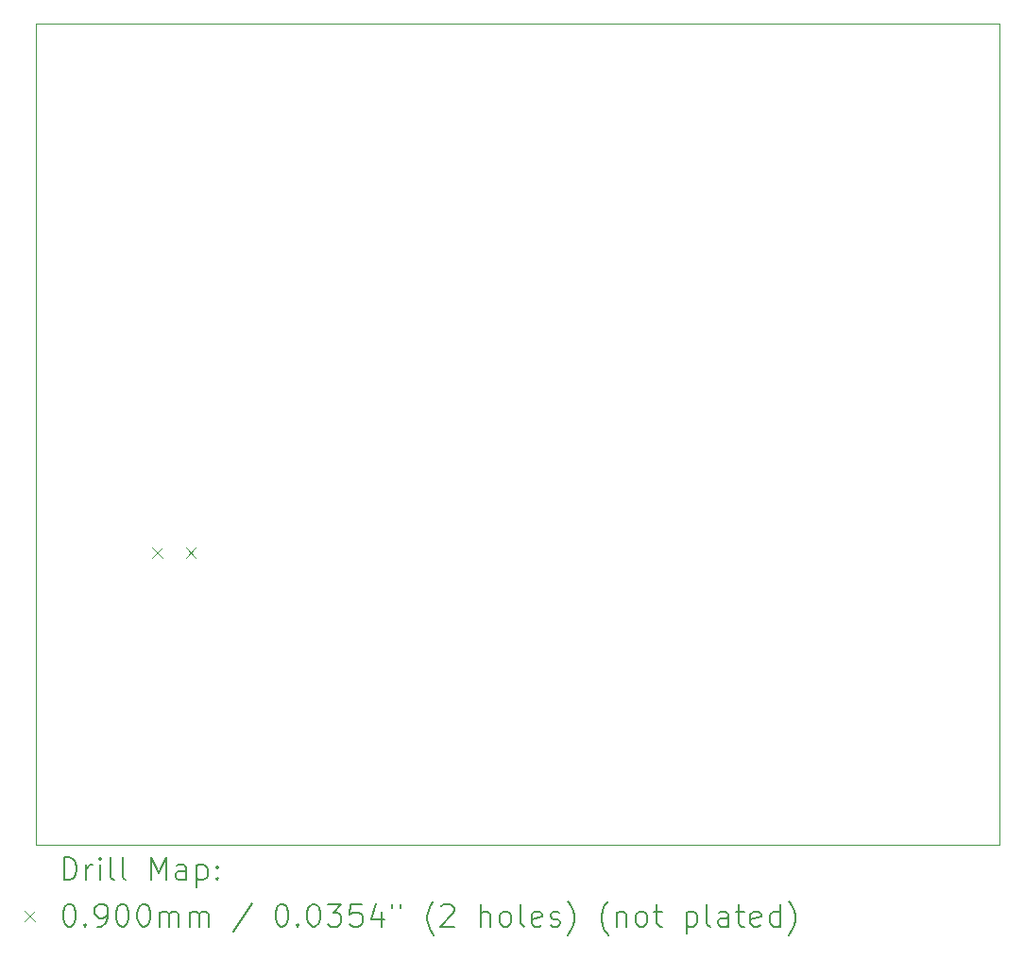
<source format=gbr>
%TF.GenerationSoftware,KiCad,Pcbnew,7.0.5-0*%
%TF.CreationDate,2023-06-15T01:07:35+01:00*%
%TF.ProjectId,EEPROM Programmer,45455052-4f4d-4205-9072-6f6772616d6d,rev?*%
%TF.SameCoordinates,Original*%
%TF.FileFunction,Drillmap*%
%TF.FilePolarity,Positive*%
%FSLAX45Y45*%
G04 Gerber Fmt 4.5, Leading zero omitted, Abs format (unit mm)*
G04 Created by KiCad (PCBNEW 7.0.5-0) date 2023-06-15 01:07:35*
%MOMM*%
%LPD*%
G01*
G04 APERTURE LIST*
%ADD10C,0.100000*%
%ADD11C,0.200000*%
%ADD12C,0.090000*%
G04 APERTURE END LIST*
D10*
X9906000Y-8636000D02*
X1270000Y-8636000D01*
X1270000Y-1270000D01*
X9906000Y-1270000D01*
X9906000Y-8636000D01*
D11*
D12*
X2316000Y-5973000D02*
X2406000Y-6063000D01*
X2406000Y-5973000D02*
X2316000Y-6063000D01*
X2616000Y-5973000D02*
X2706000Y-6063000D01*
X2706000Y-5973000D02*
X2616000Y-6063000D01*
D11*
X1525777Y-8952484D02*
X1525777Y-8752484D01*
X1525777Y-8752484D02*
X1573396Y-8752484D01*
X1573396Y-8752484D02*
X1601967Y-8762008D01*
X1601967Y-8762008D02*
X1621015Y-8781055D01*
X1621015Y-8781055D02*
X1630539Y-8800103D01*
X1630539Y-8800103D02*
X1640062Y-8838198D01*
X1640062Y-8838198D02*
X1640062Y-8866770D01*
X1640062Y-8866770D02*
X1630539Y-8904865D01*
X1630539Y-8904865D02*
X1621015Y-8923912D01*
X1621015Y-8923912D02*
X1601967Y-8942960D01*
X1601967Y-8942960D02*
X1573396Y-8952484D01*
X1573396Y-8952484D02*
X1525777Y-8952484D01*
X1725777Y-8952484D02*
X1725777Y-8819150D01*
X1725777Y-8857246D02*
X1735301Y-8838198D01*
X1735301Y-8838198D02*
X1744824Y-8828674D01*
X1744824Y-8828674D02*
X1763872Y-8819150D01*
X1763872Y-8819150D02*
X1782920Y-8819150D01*
X1849586Y-8952484D02*
X1849586Y-8819150D01*
X1849586Y-8752484D02*
X1840062Y-8762008D01*
X1840062Y-8762008D02*
X1849586Y-8771531D01*
X1849586Y-8771531D02*
X1859110Y-8762008D01*
X1859110Y-8762008D02*
X1849586Y-8752484D01*
X1849586Y-8752484D02*
X1849586Y-8771531D01*
X1973396Y-8952484D02*
X1954348Y-8942960D01*
X1954348Y-8942960D02*
X1944824Y-8923912D01*
X1944824Y-8923912D02*
X1944824Y-8752484D01*
X2078158Y-8952484D02*
X2059110Y-8942960D01*
X2059110Y-8942960D02*
X2049586Y-8923912D01*
X2049586Y-8923912D02*
X2049586Y-8752484D01*
X2306729Y-8952484D02*
X2306729Y-8752484D01*
X2306729Y-8752484D02*
X2373396Y-8895341D01*
X2373396Y-8895341D02*
X2440063Y-8752484D01*
X2440063Y-8752484D02*
X2440063Y-8952484D01*
X2621015Y-8952484D02*
X2621015Y-8847722D01*
X2621015Y-8847722D02*
X2611491Y-8828674D01*
X2611491Y-8828674D02*
X2592444Y-8819150D01*
X2592444Y-8819150D02*
X2554348Y-8819150D01*
X2554348Y-8819150D02*
X2535301Y-8828674D01*
X2621015Y-8942960D02*
X2601967Y-8952484D01*
X2601967Y-8952484D02*
X2554348Y-8952484D01*
X2554348Y-8952484D02*
X2535301Y-8942960D01*
X2535301Y-8942960D02*
X2525777Y-8923912D01*
X2525777Y-8923912D02*
X2525777Y-8904865D01*
X2525777Y-8904865D02*
X2535301Y-8885817D01*
X2535301Y-8885817D02*
X2554348Y-8876293D01*
X2554348Y-8876293D02*
X2601967Y-8876293D01*
X2601967Y-8876293D02*
X2621015Y-8866770D01*
X2716253Y-8819150D02*
X2716253Y-9019150D01*
X2716253Y-8828674D02*
X2735301Y-8819150D01*
X2735301Y-8819150D02*
X2773396Y-8819150D01*
X2773396Y-8819150D02*
X2792444Y-8828674D01*
X2792444Y-8828674D02*
X2801967Y-8838198D01*
X2801967Y-8838198D02*
X2811491Y-8857246D01*
X2811491Y-8857246D02*
X2811491Y-8914389D01*
X2811491Y-8914389D02*
X2801967Y-8933436D01*
X2801967Y-8933436D02*
X2792444Y-8942960D01*
X2792444Y-8942960D02*
X2773396Y-8952484D01*
X2773396Y-8952484D02*
X2735301Y-8952484D01*
X2735301Y-8952484D02*
X2716253Y-8942960D01*
X2897205Y-8933436D02*
X2906729Y-8942960D01*
X2906729Y-8942960D02*
X2897205Y-8952484D01*
X2897205Y-8952484D02*
X2887682Y-8942960D01*
X2887682Y-8942960D02*
X2897205Y-8933436D01*
X2897205Y-8933436D02*
X2897205Y-8952484D01*
X2897205Y-8828674D02*
X2906729Y-8838198D01*
X2906729Y-8838198D02*
X2897205Y-8847722D01*
X2897205Y-8847722D02*
X2887682Y-8838198D01*
X2887682Y-8838198D02*
X2897205Y-8828674D01*
X2897205Y-8828674D02*
X2897205Y-8847722D01*
D12*
X1175000Y-9236000D02*
X1265000Y-9326000D01*
X1265000Y-9236000D02*
X1175000Y-9326000D01*
D11*
X1563872Y-9172484D02*
X1582920Y-9172484D01*
X1582920Y-9172484D02*
X1601967Y-9182008D01*
X1601967Y-9182008D02*
X1611491Y-9191531D01*
X1611491Y-9191531D02*
X1621015Y-9210579D01*
X1621015Y-9210579D02*
X1630539Y-9248674D01*
X1630539Y-9248674D02*
X1630539Y-9296293D01*
X1630539Y-9296293D02*
X1621015Y-9334389D01*
X1621015Y-9334389D02*
X1611491Y-9353436D01*
X1611491Y-9353436D02*
X1601967Y-9362960D01*
X1601967Y-9362960D02*
X1582920Y-9372484D01*
X1582920Y-9372484D02*
X1563872Y-9372484D01*
X1563872Y-9372484D02*
X1544824Y-9362960D01*
X1544824Y-9362960D02*
X1535301Y-9353436D01*
X1535301Y-9353436D02*
X1525777Y-9334389D01*
X1525777Y-9334389D02*
X1516253Y-9296293D01*
X1516253Y-9296293D02*
X1516253Y-9248674D01*
X1516253Y-9248674D02*
X1525777Y-9210579D01*
X1525777Y-9210579D02*
X1535301Y-9191531D01*
X1535301Y-9191531D02*
X1544824Y-9182008D01*
X1544824Y-9182008D02*
X1563872Y-9172484D01*
X1716253Y-9353436D02*
X1725777Y-9362960D01*
X1725777Y-9362960D02*
X1716253Y-9372484D01*
X1716253Y-9372484D02*
X1706729Y-9362960D01*
X1706729Y-9362960D02*
X1716253Y-9353436D01*
X1716253Y-9353436D02*
X1716253Y-9372484D01*
X1821015Y-9372484D02*
X1859110Y-9372484D01*
X1859110Y-9372484D02*
X1878158Y-9362960D01*
X1878158Y-9362960D02*
X1887682Y-9353436D01*
X1887682Y-9353436D02*
X1906729Y-9324865D01*
X1906729Y-9324865D02*
X1916253Y-9286770D01*
X1916253Y-9286770D02*
X1916253Y-9210579D01*
X1916253Y-9210579D02*
X1906729Y-9191531D01*
X1906729Y-9191531D02*
X1897205Y-9182008D01*
X1897205Y-9182008D02*
X1878158Y-9172484D01*
X1878158Y-9172484D02*
X1840062Y-9172484D01*
X1840062Y-9172484D02*
X1821015Y-9182008D01*
X1821015Y-9182008D02*
X1811491Y-9191531D01*
X1811491Y-9191531D02*
X1801967Y-9210579D01*
X1801967Y-9210579D02*
X1801967Y-9258198D01*
X1801967Y-9258198D02*
X1811491Y-9277246D01*
X1811491Y-9277246D02*
X1821015Y-9286770D01*
X1821015Y-9286770D02*
X1840062Y-9296293D01*
X1840062Y-9296293D02*
X1878158Y-9296293D01*
X1878158Y-9296293D02*
X1897205Y-9286770D01*
X1897205Y-9286770D02*
X1906729Y-9277246D01*
X1906729Y-9277246D02*
X1916253Y-9258198D01*
X2040062Y-9172484D02*
X2059110Y-9172484D01*
X2059110Y-9172484D02*
X2078158Y-9182008D01*
X2078158Y-9182008D02*
X2087682Y-9191531D01*
X2087682Y-9191531D02*
X2097205Y-9210579D01*
X2097205Y-9210579D02*
X2106729Y-9248674D01*
X2106729Y-9248674D02*
X2106729Y-9296293D01*
X2106729Y-9296293D02*
X2097205Y-9334389D01*
X2097205Y-9334389D02*
X2087682Y-9353436D01*
X2087682Y-9353436D02*
X2078158Y-9362960D01*
X2078158Y-9362960D02*
X2059110Y-9372484D01*
X2059110Y-9372484D02*
X2040062Y-9372484D01*
X2040062Y-9372484D02*
X2021015Y-9362960D01*
X2021015Y-9362960D02*
X2011491Y-9353436D01*
X2011491Y-9353436D02*
X2001967Y-9334389D01*
X2001967Y-9334389D02*
X1992443Y-9296293D01*
X1992443Y-9296293D02*
X1992443Y-9248674D01*
X1992443Y-9248674D02*
X2001967Y-9210579D01*
X2001967Y-9210579D02*
X2011491Y-9191531D01*
X2011491Y-9191531D02*
X2021015Y-9182008D01*
X2021015Y-9182008D02*
X2040062Y-9172484D01*
X2230539Y-9172484D02*
X2249586Y-9172484D01*
X2249586Y-9172484D02*
X2268634Y-9182008D01*
X2268634Y-9182008D02*
X2278158Y-9191531D01*
X2278158Y-9191531D02*
X2287682Y-9210579D01*
X2287682Y-9210579D02*
X2297205Y-9248674D01*
X2297205Y-9248674D02*
X2297205Y-9296293D01*
X2297205Y-9296293D02*
X2287682Y-9334389D01*
X2287682Y-9334389D02*
X2278158Y-9353436D01*
X2278158Y-9353436D02*
X2268634Y-9362960D01*
X2268634Y-9362960D02*
X2249586Y-9372484D01*
X2249586Y-9372484D02*
X2230539Y-9372484D01*
X2230539Y-9372484D02*
X2211491Y-9362960D01*
X2211491Y-9362960D02*
X2201967Y-9353436D01*
X2201967Y-9353436D02*
X2192444Y-9334389D01*
X2192444Y-9334389D02*
X2182920Y-9296293D01*
X2182920Y-9296293D02*
X2182920Y-9248674D01*
X2182920Y-9248674D02*
X2192444Y-9210579D01*
X2192444Y-9210579D02*
X2201967Y-9191531D01*
X2201967Y-9191531D02*
X2211491Y-9182008D01*
X2211491Y-9182008D02*
X2230539Y-9172484D01*
X2382920Y-9372484D02*
X2382920Y-9239150D01*
X2382920Y-9258198D02*
X2392444Y-9248674D01*
X2392444Y-9248674D02*
X2411491Y-9239150D01*
X2411491Y-9239150D02*
X2440063Y-9239150D01*
X2440063Y-9239150D02*
X2459110Y-9248674D01*
X2459110Y-9248674D02*
X2468634Y-9267722D01*
X2468634Y-9267722D02*
X2468634Y-9372484D01*
X2468634Y-9267722D02*
X2478158Y-9248674D01*
X2478158Y-9248674D02*
X2497205Y-9239150D01*
X2497205Y-9239150D02*
X2525777Y-9239150D01*
X2525777Y-9239150D02*
X2544825Y-9248674D01*
X2544825Y-9248674D02*
X2554348Y-9267722D01*
X2554348Y-9267722D02*
X2554348Y-9372484D01*
X2649586Y-9372484D02*
X2649586Y-9239150D01*
X2649586Y-9258198D02*
X2659110Y-9248674D01*
X2659110Y-9248674D02*
X2678158Y-9239150D01*
X2678158Y-9239150D02*
X2706729Y-9239150D01*
X2706729Y-9239150D02*
X2725777Y-9248674D01*
X2725777Y-9248674D02*
X2735301Y-9267722D01*
X2735301Y-9267722D02*
X2735301Y-9372484D01*
X2735301Y-9267722D02*
X2744825Y-9248674D01*
X2744825Y-9248674D02*
X2763872Y-9239150D01*
X2763872Y-9239150D02*
X2792444Y-9239150D01*
X2792444Y-9239150D02*
X2811491Y-9248674D01*
X2811491Y-9248674D02*
X2821015Y-9267722D01*
X2821015Y-9267722D02*
X2821015Y-9372484D01*
X3211491Y-9162960D02*
X3040063Y-9420103D01*
X3468634Y-9172484D02*
X3487682Y-9172484D01*
X3487682Y-9172484D02*
X3506729Y-9182008D01*
X3506729Y-9182008D02*
X3516253Y-9191531D01*
X3516253Y-9191531D02*
X3525777Y-9210579D01*
X3525777Y-9210579D02*
X3535301Y-9248674D01*
X3535301Y-9248674D02*
X3535301Y-9296293D01*
X3535301Y-9296293D02*
X3525777Y-9334389D01*
X3525777Y-9334389D02*
X3516253Y-9353436D01*
X3516253Y-9353436D02*
X3506729Y-9362960D01*
X3506729Y-9362960D02*
X3487682Y-9372484D01*
X3487682Y-9372484D02*
X3468634Y-9372484D01*
X3468634Y-9372484D02*
X3449586Y-9362960D01*
X3449586Y-9362960D02*
X3440063Y-9353436D01*
X3440063Y-9353436D02*
X3430539Y-9334389D01*
X3430539Y-9334389D02*
X3421015Y-9296293D01*
X3421015Y-9296293D02*
X3421015Y-9248674D01*
X3421015Y-9248674D02*
X3430539Y-9210579D01*
X3430539Y-9210579D02*
X3440063Y-9191531D01*
X3440063Y-9191531D02*
X3449586Y-9182008D01*
X3449586Y-9182008D02*
X3468634Y-9172484D01*
X3621015Y-9353436D02*
X3630539Y-9362960D01*
X3630539Y-9362960D02*
X3621015Y-9372484D01*
X3621015Y-9372484D02*
X3611491Y-9362960D01*
X3611491Y-9362960D02*
X3621015Y-9353436D01*
X3621015Y-9353436D02*
X3621015Y-9372484D01*
X3754348Y-9172484D02*
X3773396Y-9172484D01*
X3773396Y-9172484D02*
X3792444Y-9182008D01*
X3792444Y-9182008D02*
X3801967Y-9191531D01*
X3801967Y-9191531D02*
X3811491Y-9210579D01*
X3811491Y-9210579D02*
X3821015Y-9248674D01*
X3821015Y-9248674D02*
X3821015Y-9296293D01*
X3821015Y-9296293D02*
X3811491Y-9334389D01*
X3811491Y-9334389D02*
X3801967Y-9353436D01*
X3801967Y-9353436D02*
X3792444Y-9362960D01*
X3792444Y-9362960D02*
X3773396Y-9372484D01*
X3773396Y-9372484D02*
X3754348Y-9372484D01*
X3754348Y-9372484D02*
X3735301Y-9362960D01*
X3735301Y-9362960D02*
X3725777Y-9353436D01*
X3725777Y-9353436D02*
X3716253Y-9334389D01*
X3716253Y-9334389D02*
X3706729Y-9296293D01*
X3706729Y-9296293D02*
X3706729Y-9248674D01*
X3706729Y-9248674D02*
X3716253Y-9210579D01*
X3716253Y-9210579D02*
X3725777Y-9191531D01*
X3725777Y-9191531D02*
X3735301Y-9182008D01*
X3735301Y-9182008D02*
X3754348Y-9172484D01*
X3887682Y-9172484D02*
X4011491Y-9172484D01*
X4011491Y-9172484D02*
X3944825Y-9248674D01*
X3944825Y-9248674D02*
X3973396Y-9248674D01*
X3973396Y-9248674D02*
X3992444Y-9258198D01*
X3992444Y-9258198D02*
X4001967Y-9267722D01*
X4001967Y-9267722D02*
X4011491Y-9286770D01*
X4011491Y-9286770D02*
X4011491Y-9334389D01*
X4011491Y-9334389D02*
X4001967Y-9353436D01*
X4001967Y-9353436D02*
X3992444Y-9362960D01*
X3992444Y-9362960D02*
X3973396Y-9372484D01*
X3973396Y-9372484D02*
X3916253Y-9372484D01*
X3916253Y-9372484D02*
X3897206Y-9362960D01*
X3897206Y-9362960D02*
X3887682Y-9353436D01*
X4192444Y-9172484D02*
X4097206Y-9172484D01*
X4097206Y-9172484D02*
X4087682Y-9267722D01*
X4087682Y-9267722D02*
X4097206Y-9258198D01*
X4097206Y-9258198D02*
X4116253Y-9248674D01*
X4116253Y-9248674D02*
X4163872Y-9248674D01*
X4163872Y-9248674D02*
X4182920Y-9258198D01*
X4182920Y-9258198D02*
X4192444Y-9267722D01*
X4192444Y-9267722D02*
X4201968Y-9286770D01*
X4201968Y-9286770D02*
X4201968Y-9334389D01*
X4201968Y-9334389D02*
X4192444Y-9353436D01*
X4192444Y-9353436D02*
X4182920Y-9362960D01*
X4182920Y-9362960D02*
X4163872Y-9372484D01*
X4163872Y-9372484D02*
X4116253Y-9372484D01*
X4116253Y-9372484D02*
X4097206Y-9362960D01*
X4097206Y-9362960D02*
X4087682Y-9353436D01*
X4373396Y-9239150D02*
X4373396Y-9372484D01*
X4325777Y-9162960D02*
X4278158Y-9305817D01*
X4278158Y-9305817D02*
X4401968Y-9305817D01*
X4468634Y-9172484D02*
X4468634Y-9210579D01*
X4544825Y-9172484D02*
X4544825Y-9210579D01*
X4840063Y-9448674D02*
X4830539Y-9439150D01*
X4830539Y-9439150D02*
X4811491Y-9410579D01*
X4811491Y-9410579D02*
X4801968Y-9391531D01*
X4801968Y-9391531D02*
X4792444Y-9362960D01*
X4792444Y-9362960D02*
X4782920Y-9315341D01*
X4782920Y-9315341D02*
X4782920Y-9277246D01*
X4782920Y-9277246D02*
X4792444Y-9229627D01*
X4792444Y-9229627D02*
X4801968Y-9201055D01*
X4801968Y-9201055D02*
X4811491Y-9182008D01*
X4811491Y-9182008D02*
X4830539Y-9153436D01*
X4830539Y-9153436D02*
X4840063Y-9143912D01*
X4906730Y-9191531D02*
X4916253Y-9182008D01*
X4916253Y-9182008D02*
X4935301Y-9172484D01*
X4935301Y-9172484D02*
X4982920Y-9172484D01*
X4982920Y-9172484D02*
X5001968Y-9182008D01*
X5001968Y-9182008D02*
X5011491Y-9191531D01*
X5011491Y-9191531D02*
X5021015Y-9210579D01*
X5021015Y-9210579D02*
X5021015Y-9229627D01*
X5021015Y-9229627D02*
X5011491Y-9258198D01*
X5011491Y-9258198D02*
X4897206Y-9372484D01*
X4897206Y-9372484D02*
X5021015Y-9372484D01*
X5259111Y-9372484D02*
X5259111Y-9172484D01*
X5344825Y-9372484D02*
X5344825Y-9267722D01*
X5344825Y-9267722D02*
X5335301Y-9248674D01*
X5335301Y-9248674D02*
X5316253Y-9239150D01*
X5316253Y-9239150D02*
X5287682Y-9239150D01*
X5287682Y-9239150D02*
X5268634Y-9248674D01*
X5268634Y-9248674D02*
X5259111Y-9258198D01*
X5468634Y-9372484D02*
X5449587Y-9362960D01*
X5449587Y-9362960D02*
X5440063Y-9353436D01*
X5440063Y-9353436D02*
X5430539Y-9334389D01*
X5430539Y-9334389D02*
X5430539Y-9277246D01*
X5430539Y-9277246D02*
X5440063Y-9258198D01*
X5440063Y-9258198D02*
X5449587Y-9248674D01*
X5449587Y-9248674D02*
X5468634Y-9239150D01*
X5468634Y-9239150D02*
X5497206Y-9239150D01*
X5497206Y-9239150D02*
X5516253Y-9248674D01*
X5516253Y-9248674D02*
X5525777Y-9258198D01*
X5525777Y-9258198D02*
X5535301Y-9277246D01*
X5535301Y-9277246D02*
X5535301Y-9334389D01*
X5535301Y-9334389D02*
X5525777Y-9353436D01*
X5525777Y-9353436D02*
X5516253Y-9362960D01*
X5516253Y-9362960D02*
X5497206Y-9372484D01*
X5497206Y-9372484D02*
X5468634Y-9372484D01*
X5649587Y-9372484D02*
X5630539Y-9362960D01*
X5630539Y-9362960D02*
X5621015Y-9343912D01*
X5621015Y-9343912D02*
X5621015Y-9172484D01*
X5801968Y-9362960D02*
X5782920Y-9372484D01*
X5782920Y-9372484D02*
X5744825Y-9372484D01*
X5744825Y-9372484D02*
X5725777Y-9362960D01*
X5725777Y-9362960D02*
X5716253Y-9343912D01*
X5716253Y-9343912D02*
X5716253Y-9267722D01*
X5716253Y-9267722D02*
X5725777Y-9248674D01*
X5725777Y-9248674D02*
X5744825Y-9239150D01*
X5744825Y-9239150D02*
X5782920Y-9239150D01*
X5782920Y-9239150D02*
X5801968Y-9248674D01*
X5801968Y-9248674D02*
X5811491Y-9267722D01*
X5811491Y-9267722D02*
X5811491Y-9286770D01*
X5811491Y-9286770D02*
X5716253Y-9305817D01*
X5887682Y-9362960D02*
X5906730Y-9372484D01*
X5906730Y-9372484D02*
X5944825Y-9372484D01*
X5944825Y-9372484D02*
X5963872Y-9362960D01*
X5963872Y-9362960D02*
X5973396Y-9343912D01*
X5973396Y-9343912D02*
X5973396Y-9334389D01*
X5973396Y-9334389D02*
X5963872Y-9315341D01*
X5963872Y-9315341D02*
X5944825Y-9305817D01*
X5944825Y-9305817D02*
X5916253Y-9305817D01*
X5916253Y-9305817D02*
X5897206Y-9296293D01*
X5897206Y-9296293D02*
X5887682Y-9277246D01*
X5887682Y-9277246D02*
X5887682Y-9267722D01*
X5887682Y-9267722D02*
X5897206Y-9248674D01*
X5897206Y-9248674D02*
X5916253Y-9239150D01*
X5916253Y-9239150D02*
X5944825Y-9239150D01*
X5944825Y-9239150D02*
X5963872Y-9248674D01*
X6040063Y-9448674D02*
X6049587Y-9439150D01*
X6049587Y-9439150D02*
X6068634Y-9410579D01*
X6068634Y-9410579D02*
X6078158Y-9391531D01*
X6078158Y-9391531D02*
X6087682Y-9362960D01*
X6087682Y-9362960D02*
X6097206Y-9315341D01*
X6097206Y-9315341D02*
X6097206Y-9277246D01*
X6097206Y-9277246D02*
X6087682Y-9229627D01*
X6087682Y-9229627D02*
X6078158Y-9201055D01*
X6078158Y-9201055D02*
X6068634Y-9182008D01*
X6068634Y-9182008D02*
X6049587Y-9153436D01*
X6049587Y-9153436D02*
X6040063Y-9143912D01*
X6401968Y-9448674D02*
X6392444Y-9439150D01*
X6392444Y-9439150D02*
X6373396Y-9410579D01*
X6373396Y-9410579D02*
X6363872Y-9391531D01*
X6363872Y-9391531D02*
X6354349Y-9362960D01*
X6354349Y-9362960D02*
X6344825Y-9315341D01*
X6344825Y-9315341D02*
X6344825Y-9277246D01*
X6344825Y-9277246D02*
X6354349Y-9229627D01*
X6354349Y-9229627D02*
X6363872Y-9201055D01*
X6363872Y-9201055D02*
X6373396Y-9182008D01*
X6373396Y-9182008D02*
X6392444Y-9153436D01*
X6392444Y-9153436D02*
X6401968Y-9143912D01*
X6478158Y-9239150D02*
X6478158Y-9372484D01*
X6478158Y-9258198D02*
X6487682Y-9248674D01*
X6487682Y-9248674D02*
X6506730Y-9239150D01*
X6506730Y-9239150D02*
X6535301Y-9239150D01*
X6535301Y-9239150D02*
X6554349Y-9248674D01*
X6554349Y-9248674D02*
X6563872Y-9267722D01*
X6563872Y-9267722D02*
X6563872Y-9372484D01*
X6687682Y-9372484D02*
X6668634Y-9362960D01*
X6668634Y-9362960D02*
X6659111Y-9353436D01*
X6659111Y-9353436D02*
X6649587Y-9334389D01*
X6649587Y-9334389D02*
X6649587Y-9277246D01*
X6649587Y-9277246D02*
X6659111Y-9258198D01*
X6659111Y-9258198D02*
X6668634Y-9248674D01*
X6668634Y-9248674D02*
X6687682Y-9239150D01*
X6687682Y-9239150D02*
X6716253Y-9239150D01*
X6716253Y-9239150D02*
X6735301Y-9248674D01*
X6735301Y-9248674D02*
X6744825Y-9258198D01*
X6744825Y-9258198D02*
X6754349Y-9277246D01*
X6754349Y-9277246D02*
X6754349Y-9334389D01*
X6754349Y-9334389D02*
X6744825Y-9353436D01*
X6744825Y-9353436D02*
X6735301Y-9362960D01*
X6735301Y-9362960D02*
X6716253Y-9372484D01*
X6716253Y-9372484D02*
X6687682Y-9372484D01*
X6811492Y-9239150D02*
X6887682Y-9239150D01*
X6840063Y-9172484D02*
X6840063Y-9343912D01*
X6840063Y-9343912D02*
X6849587Y-9362960D01*
X6849587Y-9362960D02*
X6868634Y-9372484D01*
X6868634Y-9372484D02*
X6887682Y-9372484D01*
X7106730Y-9239150D02*
X7106730Y-9439150D01*
X7106730Y-9248674D02*
X7125777Y-9239150D01*
X7125777Y-9239150D02*
X7163873Y-9239150D01*
X7163873Y-9239150D02*
X7182920Y-9248674D01*
X7182920Y-9248674D02*
X7192444Y-9258198D01*
X7192444Y-9258198D02*
X7201968Y-9277246D01*
X7201968Y-9277246D02*
X7201968Y-9334389D01*
X7201968Y-9334389D02*
X7192444Y-9353436D01*
X7192444Y-9353436D02*
X7182920Y-9362960D01*
X7182920Y-9362960D02*
X7163873Y-9372484D01*
X7163873Y-9372484D02*
X7125777Y-9372484D01*
X7125777Y-9372484D02*
X7106730Y-9362960D01*
X7316253Y-9372484D02*
X7297206Y-9362960D01*
X7297206Y-9362960D02*
X7287682Y-9343912D01*
X7287682Y-9343912D02*
X7287682Y-9172484D01*
X7478158Y-9372484D02*
X7478158Y-9267722D01*
X7478158Y-9267722D02*
X7468634Y-9248674D01*
X7468634Y-9248674D02*
X7449587Y-9239150D01*
X7449587Y-9239150D02*
X7411492Y-9239150D01*
X7411492Y-9239150D02*
X7392444Y-9248674D01*
X7478158Y-9362960D02*
X7459111Y-9372484D01*
X7459111Y-9372484D02*
X7411492Y-9372484D01*
X7411492Y-9372484D02*
X7392444Y-9362960D01*
X7392444Y-9362960D02*
X7382920Y-9343912D01*
X7382920Y-9343912D02*
X7382920Y-9324865D01*
X7382920Y-9324865D02*
X7392444Y-9305817D01*
X7392444Y-9305817D02*
X7411492Y-9296293D01*
X7411492Y-9296293D02*
X7459111Y-9296293D01*
X7459111Y-9296293D02*
X7478158Y-9286770D01*
X7544825Y-9239150D02*
X7621015Y-9239150D01*
X7573396Y-9172484D02*
X7573396Y-9343912D01*
X7573396Y-9343912D02*
X7582920Y-9362960D01*
X7582920Y-9362960D02*
X7601968Y-9372484D01*
X7601968Y-9372484D02*
X7621015Y-9372484D01*
X7763873Y-9362960D02*
X7744825Y-9372484D01*
X7744825Y-9372484D02*
X7706730Y-9372484D01*
X7706730Y-9372484D02*
X7687682Y-9362960D01*
X7687682Y-9362960D02*
X7678158Y-9343912D01*
X7678158Y-9343912D02*
X7678158Y-9267722D01*
X7678158Y-9267722D02*
X7687682Y-9248674D01*
X7687682Y-9248674D02*
X7706730Y-9239150D01*
X7706730Y-9239150D02*
X7744825Y-9239150D01*
X7744825Y-9239150D02*
X7763873Y-9248674D01*
X7763873Y-9248674D02*
X7773396Y-9267722D01*
X7773396Y-9267722D02*
X7773396Y-9286770D01*
X7773396Y-9286770D02*
X7678158Y-9305817D01*
X7944825Y-9372484D02*
X7944825Y-9172484D01*
X7944825Y-9362960D02*
X7925777Y-9372484D01*
X7925777Y-9372484D02*
X7887682Y-9372484D01*
X7887682Y-9372484D02*
X7868634Y-9362960D01*
X7868634Y-9362960D02*
X7859111Y-9353436D01*
X7859111Y-9353436D02*
X7849587Y-9334389D01*
X7849587Y-9334389D02*
X7849587Y-9277246D01*
X7849587Y-9277246D02*
X7859111Y-9258198D01*
X7859111Y-9258198D02*
X7868634Y-9248674D01*
X7868634Y-9248674D02*
X7887682Y-9239150D01*
X7887682Y-9239150D02*
X7925777Y-9239150D01*
X7925777Y-9239150D02*
X7944825Y-9248674D01*
X8021015Y-9448674D02*
X8030539Y-9439150D01*
X8030539Y-9439150D02*
X8049587Y-9410579D01*
X8049587Y-9410579D02*
X8059111Y-9391531D01*
X8059111Y-9391531D02*
X8068634Y-9362960D01*
X8068634Y-9362960D02*
X8078158Y-9315341D01*
X8078158Y-9315341D02*
X8078158Y-9277246D01*
X8078158Y-9277246D02*
X8068634Y-9229627D01*
X8068634Y-9229627D02*
X8059111Y-9201055D01*
X8059111Y-9201055D02*
X8049587Y-9182008D01*
X8049587Y-9182008D02*
X8030539Y-9153436D01*
X8030539Y-9153436D02*
X8021015Y-9143912D01*
M02*

</source>
